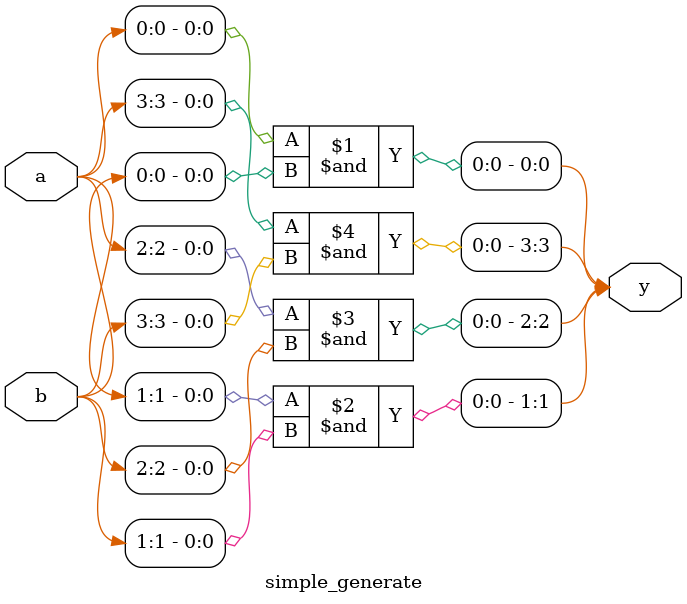
<source format=v>
module simple_generate(
  input  [3:0] a, 
  input  [3:0] b,
  output [3:0] y
);
genvar i;
generate
    for (i = 0; i < 4; i = i + 1) begin
      assign y[i] = a[i] & b[i];  
    end
  endgenerate

endmodule

</source>
